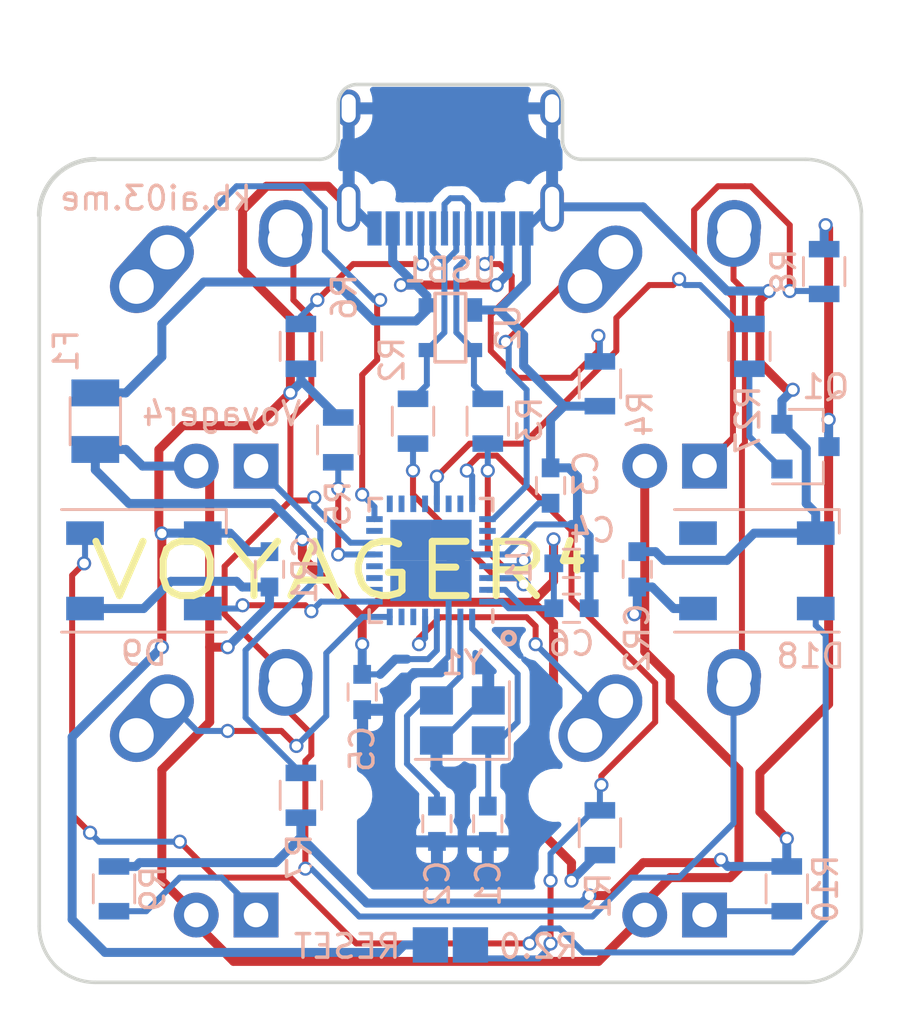
<source format=kicad_pcb>
(kicad_pcb (version 20221018) (generator pcbnew)
  (layers (0 "F.Cu" signal) (31 "B.Cu" signal) (34 "B.Paste" user) (35 "F.Paste" user) (36 "B.SilkS" user "B.Silkscreen") (37 "F.SilkS" user "F.Silkscreen") (38 "B.Mask" user) (39 "F.Mask" user) (44 "Edge.Cuts" user))
  (net 0 "")
  (net 1 "Net-(C1-Pad1)")
  (net 2 "GND")
  (net 3 "Net-(C2-Pad1)")
  (net 4 "Net-(C3-Pad1)")
  (net 5 "+5V")
  (net 6 "ROW0")
  (net 7 "VCC")
  (net 8 "COL0")
  (net 9 "COL1")
  (net 10 "COL2")
  (net 11 "COL3")
  (net 12 "Net-(R1-Pad2)")
  (net 13 "Net-(R5-Pad2)")
  (net 14 "RGBLED")
  (net 15 "Net-(D18-Pad2)")
  (net 16 "D-")
  (net 17 "Net-(R2-Pad2)")
  (net 18 "D+")
  (net 19 "Net-(R3-Pad1)")
  (net 20 "Net-(R4-Pad1)")
  (net 21 "Net-(R6-Pad1)")
  (net 22 "Net-(U1-Pad6)")
  (net 23 "Net-(USB1-Pad9)")
  (net 24 "Net-(USB1-Pad3)")
  (net 25 "Net-(D18-Pad4)")
  (net 26 "Net-(MX1-Pad4)")
  (net 27 "Net-(MX2-Pad4)")
  (net 28 "Net-(MX3-Pad4)")
  (net 29 "Net-(MX4-Pad4)")
  (net 30 "LEDGND")
  (net 31 "Net-(U1-Pad18)")
  (net 32 "Net-(U1-Pad15)")
  (net 33 "Net-(U1-Pad12)")
  (net 34 "Net-(U1-Pad11)")
  (net 35 "Net-(U1-Pad10)")
  (net 36 "Net-(Q1-Pad1)")
  (net 37 "Net-(R27-Pad2)")
  (net 38 "Net-(U1-Pad26)")
  (net 39 "Net-(U1-Pad23)")
  (net 40 "Net-(U1-Pad22)")
  (net 41 "Net-(U1-Pad20)")
  (net 42 "Net-(U1-Pad19)")
  (net 43 "Net-(U1-Pad17)")
  (net 44 "Net-(U1-Pad7)")
  (footprint "MX_Alps_Hybrid:MX-1U" (layer "F.Cu") (at 58.7375 39.6875)
    (fp_text reference "MX1")
    (fp_text value "MX-1U")
  )
  (footprint "MX_Alps_Hybrid:MX-1U" (layer "F.Cu") (at 77.7875 39.6875)
    (fp_text reference "MX2")
    (fp_text value "MX-1U")
  )
  (footprint "MX_Alps_Hybrid:MX-1U" (layer "F.Cu") (at 58.7375 58.7375)
    (fp_text reference "MX3")
    (fp_text value "MX-1U")
  )
  (footprint "MX_Alps_Hybrid:MX-1U" (layer "F.Cu") (at 77.7875 58.7375)
    (fp_text reference "MX4")
    (fp_text value "MX-1U")
  )
  (footprint "Capacitors_SMD:C_0603" (layer "B.Cu") (at 67.691 59.944 -90)
    (fp_text reference "C2")
    (fp_text value "22p")
  )
  (footprint "Capacitors_SMD:C_0603" (layer "B.Cu") (at 72.517 45.593 90)
    (fp_text reference "C3")
    (fp_text value "1uF")
  )
  (footprint "Capacitors_SMD:C_0603" (layer "B.Cu") (at 73.406 48.895)
    (fp_text reference "C4")
    (fp_text value "0.1u")
  )
  (footprint "Capacitors_SMD:C_0603" (layer "B.Cu") (at 64.516 54.356 -90)
    (fp_text reference "C5")
    (fp_text value "0.1u")
  )
  (footprint "Capacitors_SMD:C_0603" (layer "B.Cu") (at 73.406 50.8)
    (fp_text reference "C6")
    (fp_text value "4.7u")
  )
  (footprint "Capacitors_SMD:C_0603" (layer "B.Cu") (at 60.579 49.149 90)
    (fp_text reference "CR1")
    (fp_text value "0.1u")
  )
  (footprint "Capacitors_SMD:C_0603" (layer "B.Cu") (at 76.2 49.149 90)
    (fp_text reference "CR2")
    (fp_text value "0.1u")
  )
  (footprint "LEDs:LED_WS2812B-PLCC4" (layer "B.Cu") (at 55.245 49.2125)
    (fp_text reference "D9")
    (fp_text value "WS2812B")
  )
  (footprint "Fuse_Holders_and_Fuses:Fuse_SMD1206_Reflow" (layer "B.Cu") (at 53.18125 42.8625 90)
    (fp_text reference "F1")
    (fp_text value "500mA")
  )
  (footprint "TO_SOT_Packages_SMD:SOT-23" (layer "B.Cu") (at 83.34375 43.942)
    (fp_text reference "Q1")
    (fp_text value "Q_NPN_BEC")
  )
  (footprint "Resistors_SMD:R_0805" (layer "B.Cu") (at 74.6125 60.325 90)
    (fp_text reference "R1")
    (fp_text value "10k")
  )
  (footprint "Resistors_SMD:R_0805" (layer "B.Cu") (at 66.675 42.8625 90)
    (fp_text reference "R2")
    (fp_text value "22")
  )
  (footprint "Resistors_SMD:R_0805" (layer "B.Cu") (at 69.85 42.8625 -90)
    (fp_text reference "R3")
    (fp_text value "22")
  )
  (footprint "Resistors_SMD:R_0805" (layer "B.Cu") (at 74.6125 41.275 -90)
    (fp_text reference "R4")
    (fp_text value "5.1k")
  )
  (footprint "Resistors_SMD:R_0805" (layer "B.Cu") (at 63.5 43.65625 -90)
    (fp_text reference "R5")
    (fp_text value "10k")
  )
  (footprint "Resistors_SMD:R_0805" (layer "B.Cu") (at 61.9125 39.6875 -90)
    (fp_text reference "R6")
    (fp_text value "5.1k")
  )
  (footprint "Resistors_SMD:R_0805" (layer "B.Cu") (at 61.9125 58.7375 -90)
    (fp_text reference "R7")
    (fp_text value "1k")
  )
  (footprint "Resistors_SMD:R_0805" (layer "B.Cu") (at 84.1375 36.5125 90)
    (fp_text reference "R8")
    (fp_text value "1k")
  )
  (footprint "Resistors_SMD:R_0805" (layer "B.Cu") (at 53.975 62.70625 90)
    (fp_text reference "R9")
    (fp_text value "1k")
  )
  (footprint "Resistors_SMD:R_0805" (layer "B.Cu") (at 82.55 62.70625 90)
    (fp_text reference "R10")
    (fp_text value "1k")
  )
  (footprint "Resistors_SMD:R_0805" (layer "B.Cu") (at 80.9625 39.6875 90)
    (fp_text reference "R27")
    (fp_text value "1k")
  )
  (footprint "random-keyboard-parts:SOT143B" (layer "B.Cu") (at 68.2625 38.89375 -90)
    (fp_text reference "U2")
    (fp_text value "PRTR5V0U2X")
  )
  (footprint "Type-C:HRO-TYPE-C-31-M-12-Assembly" (layer "B.Cu") (at 68.2625 26.9875)
    (fp_text reference "USB1")
    (fp_text value "HRO-TYPE-C-31-M-12")
  )
  (footprint "Crystals:Crystal_SMD_3225-4pin_3.2x2.5mm" (layer "B.Cu") (at 68.7705 55.5625 180)
    (fp_text reference "Y1")
    (fp_text value "16MHz")
  )
  (footprint "Capacitors_SMD:C_0603" (layer "B.Cu") (at 69.85 59.944 -90)
    (fp_text reference "C1")
    (fp_text value "22p")
  )
  (footprint "random-keyboard-parts:Jumper-UserFriendly-Small" (layer "B.Cu") (at 68.2625 65.0875 -90)
    (fp_text reference "SW1")
    (fp_text value "SW_Push")
  )
  (footprint "LEDs:LED_WS2812B-PLCC4" (layer "B.Cu") (at 81.28 49.2125)
    (fp_text reference "D18")
    (fp_text value "WS2812B")
  )
  (footprint "Housings_DFN_QFN:QFN-32-1EP_5x5mm_Pitch0.5mm" (layer "B.Cu") (at 67.437 48.768 90)
    (fp_text reference "U1")
    (fp_text value "ATmega32U2-MU")
  )
  (gr_circle (center 70.739 52.07) (end 70.739 51.816) (stroke (width 0.2)) (fill none) (layer "B.SilkS"))
  (gr_line (start 73.025 29.36875) (end 73.025 30.95625) (stroke (width 0.15)) (layer "Edge.Cuts"))
  (gr_arc (start 85.725 64.29375) (mid 85.027548 65.977548) (end 83.34375 66.675) (stroke (width 0.15)) (layer "Edge.Cuts"))
  (gr_arc (start 83.34375 31.75) (mid 85.027548 32.447452) (end 85.725 34.13125) (stroke (width 0.15)) (layer "Edge.Cuts"))
  (gr_arc (start 53.18125 66.675) (mid 51.497452 65.977548) (end 50.8 64.29375) (stroke (width 0.15)) (layer "Edge.Cuts"))
  (gr_line (start 85.725 34.13125) (end 85.725 64.29375) (stroke (width 0.15)) (layer "Edge.Cuts"))
  (gr_arc (start 63.5 29.36875) (mid 63.732484 28.807484) (end 64.29375 28.575) (stroke (width 0.15)) (layer "Edge.Cuts"))
  (gr_line (start 64.29375 28.575) (end 72.23125 28.575) (stroke (width 0.15)) (layer "Edge.Cuts"))
  (gr_arc (start 63.5 30.95625) (mid 63.267516 31.517516) (end 62.70625 31.75) (stroke (width 0.15)) (layer "Edge.Cuts"))
  (gr_arc (start 50.8 34.13125) (mid 51.497452 32.447452) (end 53.18125 31.75) (stroke (width 0.2)) (layer "Edge.Cuts"))
  (gr_line (start 63.5 30.95625) (end 63.5 29.36875) (stroke (width 0.15)) (layer "Edge.Cuts"))
  (gr_line (start 53.18125 31.75) (end 62.70625 31.75) (stroke (width 0.15)) (layer "Edge.Cuts"))
  (gr_line (start 50.8 64.29375) (end 50.8 34.13125) (stroke (width 0.15)) (layer "Edge.Cuts"))
  (gr_line (start 53.18125 66.675) (end 83.34375 66.675) (stroke (width 0.15)) (layer "Edge.Cuts"))
  (gr_arc (start 72.23125 28.575) (mid 72.792516 28.807484) (end 73.025 29.36875) (stroke (width 0.15)) (layer "Edge.Cuts"))
  (gr_line (start 73.81875 31.75) (end 83.34375 31.75) (stroke (width 0.15)) (layer "Edge.Cuts"))
  (gr_arc (start 73.81875 31.75) (mid 73.257484 31.517516) (end 73.025 30.95625) (stroke (width 0.15)) (layer "Edge.Cuts"))
  (gr_text "kb.ai03.me" (at 55.753 33.401) (layer "B.SilkS") (effects (font (size 1 1)) (justify mirror)))
  (gr_text "R2.0" (at 72.009 65.151) (layer "B.SilkS") (effects (font (size 1 1)) (justify mirror)))
  (gr_text "RESET" (at 63.881 65.151) (layer "B.SilkS") (effects (font (size 1 1)) (justify mirror)))
  (gr_text "Voyager4" (at 58.547 42.545) (layer "B.SilkS") (effects (font (size 1 1)) (justify mirror)))
  (gr_text "4" (at 73.406 48.641) (layer "F.SilkS") (effects (font (size 1.2 1.2) (thickness 0.3))))
  (gr_text "VOYAGER" (at 62.70625 49.2125) (layer "F.SilkS") (effects (font (size 2.3 3) (thickness 0.3))))
  (segment (start 69.187 51.168) (end 69.187 51.661) (width 0.254) (layer "B.Cu") (net 1))
  (segment (start 71.12 55.626) (end 70.3335 56.4125) (width 0.254) (layer "B.Cu") (net 1))
  (segment (start 70.3335 56.4125) (end 69.8705 56.4125) (width 0.254) (layer "B.Cu") (net 1))
  (segment (start 69.8705 56.4125) (end 69.8705 59.1735) (width 0.254) (layer "B.Cu") (net 1))
  (segment (start 69.8705 59.1735) (end 69.85 59.194) (width 0.254) (layer "B.Cu") (net 1))
  (segment (start 71.12 53.594) (end 71.12 55.626) (width 0.254) (layer "B.Cu") (net 1))
  (segment (start 69.187 51.661) (end 71.12 53.594) (width 0.254) (layer "B.Cu") (net 1))
  (segment (start 81.407 40.386) (end 81.407 37.719) (width 0.381) (layer "F.Cu") (net 2))
  (segment (start 56.007 52.451) (end 56.007 47.625) (width 0.381) (layer "F.Cu") (net 2))
  (segment (start 81.407 37.719) (end 81.788 37.338) (width 0.381) (layer "F.Cu") (net 2))
  (segment (start 60.452 32.893) (end 63.068 32.893) (width 0.381) (layer "F.Cu") (net 2))
  (segment (start 59.436 36.449) (end 59.436 33.909) (width 0.381) (layer "F.Cu") (net 2))
  (segment (start 82.55 41.529) (end 81.407 40.386) (width 0.381) (layer "F.Cu") (net 2))
  (segment (start 60.071 43.053) (end 61.468 41.656) (width 0.381) (layer "F.Cu") (net 2))
  (segment (start 59.436 33.909) (end 60.452 32.893) (width 0.381) (layer "F.Cu") (net 2))
  (segment (start 56.896 43.053) (end 60.071 43.053) (width 0.381) (layer "F.Cu") (net 2))
  (segment (start 56.007 47.625) (end 55.88 47.498) (width 0.381) (layer "F.Cu") (net 2))
  (segment (start 61.468 38.481) (end 59.436 36.449) (width 0.381) (layer "F.Cu") (net 2))
  (segment (start 82.804 41.529) (end 82.55 41.529) (width 0.381) (layer "F.Cu") (net 2))
  (segment (start 63.068 32.893) (end 63.9425 33.7675) (width 0.381) (layer "F.Cu") (net 2))
  (segment (start 61.468 41.656) (end 61.468 38.481) (width 0.381) (layer "F.Cu") (net 2))
  (segment (start 55.88 47.498) (end 55.88 44.069) (width 0.381) (layer "F.Cu") (net 2))
  (segment (start 55.88 44.069) (end 56.896 43.053) (width 0.381) (layer "F.Cu") (net 2))
  (via (at 61.468 41.656) (size 0.6) (drill 0.4) (layers "F.Cu" "B.Cu") (net 2))
  (via (at 81.788 37.338) (size 0.6) (drill 0.4) (layers "F.Cu" "B.Cu") (net 2))
  (via (at 56.007 52.451) (size 0.6) (drill 0.4) (layers "F.Cu" "B.Cu") (net 2))
  (via (at 82.804 41.529) (size 0.6) (drill 0.4) (layers "F.Cu" "B.Cu") (net 2))
  (via (at 56.007 47.625) (size 0.6) (drill 0.4) (layers "F.Cu" "B.Cu") (net 2))
  (segment (start 82.34375 42.992) (end 82.34375 41.98925) (width 0.381) (layer "B.Cu") (net 2))
  (segment (start 76.974 48.399) (end 77.343 48.768) (width 0.381) (layer "B.Cu") (net 2))
  (segment (start 67.703 60.706) (end 67.691 60.694) (width 0.254) (layer "B.Cu") (net 2))
  (segment (start 77.343 48.768) (end 80.01 48.768) (width 0.381) (layer "B.Cu") (net 2))
  (segment (start 56.0195 47.6125) (end 56.007 47.625) (width 0.381) (layer "B.Cu") (net 2))
  (segment (start 71.4875 34.6825) (end 71.4875 36.9705) (width 0.381) (layer "B.Cu") (net 2))
  (segment (start 73.291 44.843) (end 72.517 44.843) (width 0.381) (layer "B.Cu") (net 2))
  (segment (start 72.4025 33.7675) (end 71.4875 34.6825) (width 0.381) (layer "B.Cu") (net 2))
  (segment (start 63.9425 29.5875) (end 63.9425 33.7675) (width 0.381) (layer "B.Cu") (net 2))
  (segment (start 72.517 44.843) (end 72.517 42.794) (width 0.381) (layer "B.Cu") (net 2))
  (segment (start 72.5825 29.5875) (end 63.9425 29.5875) (width 0.381) (layer "B.Cu") (net 2))
  (segment (start 83.78 46.7595) (end 83.3755 46.355) (width 0.381) (layer "B.Cu") (net 2))
  (segment (start 58.9035 47.6125) (end 59.69 48.399) (width 0.381) (layer "B.Cu") (net 2))
  (segment (start 73.66 47.244) (end 73.406 47.244) (width 0.381) (layer "B.Cu") (net 2))
  (segment (start 71.882 47.244) (end 73.406 47.244) (width 0.254) (layer "B.Cu") (net 2))
  (segment (start 61.9125 41.2115) (end 61.9125 41.11875) (width 0.381) (layer "B.Cu") (net 2))
  (segment (start 67.6705 56.4125) (end 67.6705 57.3835) (width 0.254) (layer "B.Cu") (net 2))
  (segment (start 56.007 52.451) (end 52.197 56.261) (width 0.381) (layer "B.Cu") (net 2))
  (segment (start 82.34375 42.992) (end 83.3755 44.02375) (width 0.381) (layer "B.Cu") (net 2))
  (segment (start 76.2 48.399) (end 76.974 48.399) (width 0.381) (layer "B.Cu") (net 2))
  (segment (start 69.837 48.518) (end 68.957 48.518) (width 0.254) (layer "B.Cu") (net 2))
  (segment (start 83.78 47.6125) (end 83.78 46.7595) (width 0.381) (layer "B.Cu") (net 2))
  (segment (start 74.6125 42.225) (end 73.086 42.225) (width 0.381) (layer "B.Cu") (net 2))
  (segment (start 69.837 48.518) (end 70.608 48.518) (width 0.254) (layer "B.Cu") (net 2))
  (segment (start 68.187 51.168) (end 68.187 52.844) (width 0.254) (layer "B.Cu") (net 2))
  (segment (start 66.421 58.42) (end 66.421 60.198) (width 0.254) (layer "B.Cu") (net 2))
  (segment (start 68.707 58.42) (end 68.707 60.706) (width 0.254) (layer "B.Cu") (net 2))
  (segment (start 73.086 42.225) (end 71.374 40.513) (width 0.381) (layer "B.Cu") (net 2))
  (segment (start 53.594 65.405) (end 65.9765 65.405) (width 0.381) (layer "B.Cu") (net 2))
  (segment (start 65.786 54.356) (end 65.786 55.372) (width 0.254) (layer "B.Cu") (net 2))
  (segment (start 69.6205 54.7125) (end 67.9205 56.4125) (width 0.254) (layer "B.Cu") (net 2))
  (segment (start 71.4875 36.9705) (end 70.31425 38.14375) (width 0.381) (layer "B.Cu") (net 2))
  (segment (start 69.8705 54.7125) (end 69.6205 54.7125) (width 0.254) (layer "B.Cu") (net 2))
  (segment (start 67.564 53.467) (end 66.675 53.467) (width 0.254) (layer "B.Cu") (net 2))
  (segment (start 67.6705 57.3835) (end 68.707 58.42) (width 0.254) (layer "B.Cu") (net 2))
  (segment (start 72.5825 33.7675) (end 72.4025 33.7675) (width 0.381) (layer "B.Cu") (net 2))
  (segment (start 60.579 48.399) (end 59.69 48.399) (width 0.381) (layer "B.Cu") (net 2))
  (segment (start 69.838 60.706) (end 69.85 60.694) (width 0.254) (layer "B.Cu") (net 2))
  (segment (start 57.745 47.6125) (end 58.9035 47.6125) (width 0.381) (layer "B.Cu") (net 2))
  (segment (start 66.5745 47.9055) (end 68.2995 47.9055) (width 0.381) (layer "B.Cu") (net 2))
  (segment (start 63.9425 33.7675) (end 64.1225 33.7675) (width 0.381) (layer "B.Cu") (net 2))
  (segment (start 68.187 52.844) (end 67.564 53.467) (width 0.254) (layer "B.Cu") (net 2))
  (segment (start 83.3755 44.02375) (end 83.3755 46.355) (width 0.381) (layer "B.Cu") (net 2))
  (segment (start 73.66 47.244) (end 73.66 45.212) (width 0.381) (layer "B.Cu") (net 2))
  (segment (start 68.2995 49.6305) (end 66.5745 49.6305) (width 0.381) (layer "B.Cu") (net 2))
  (segment (start 81.1655 47.6125) (end 80.01 48.768) (width 0.381) (layer "B.Cu") (net 2))
  (segment (start 66.421 60.198) (end 66.917 60.694) (width 0.254) (layer "B.Cu") (net 2))
  (segment (start 61.9125 41.11875) (end 63.5 42.70625) (width 0.381) (layer "B.Cu") (net 2))
  (segment (start 61.468 41.656) (end 61.9125 41.2115) (width 0.381) (layer "B.Cu") (net 2))
  (segment (start 65.786 55.372) (end 65.786 57.785) (width 0.254) (layer "B.Cu") (net 2))
  (segment (start 68.957 48.518) (end 68.187 49.288) (width 0.254) (layer "B.Cu") (net 2))
  (segment (start 57.745 47.6125) (end 56.0195 47.6125) (width 0.381) (layer "B.Cu") (net 2))
  (segment (start 68.707 60.706) (end 69.838 60.706) (width 0.254) (layer "B.Cu") (net 2))
  (segment (start 64.516 55.106) (end 65.52 55.106) (width 0.254) (layer "B.Cu") (net 2))
  (segment (start 71.374 40.513) (end 71.374 39.2035) (width 0.381) (layer "B.Cu") (net 2))
  (segment (start 68.187 49.288) (end 68.187 51.168) (width 0.254) (layer "B.Cu") (net 2))
  (segment (start 81.788 37.338) (end 80.01 37.338) (width 0.381) (layer "B.Cu") (net 2))
  (segment (start 73.66 45.212) (end 73.291 44.843) (width 0.381) (layer "B.Cu") (net 2))
  (segment (start 66.675 53.467) (end 65.786 54.356) (width 0.254) (layer "B.Cu") (net 2))
  (segment (start 71.374 39.2035) (end 70.31425 38.14375) (width 0.381) (layer "B.Cu") (net 2))
  (segment (start 65.52 55.106) (end 65.786 55.372) (width 0.254) (layer "B.Cu") (net 2))
  (segment (start 65.786 57.785) (end 66.421 58.42) (width 0.254) (layer "B.Cu") (net 2))
  (segment (start 68.2995 47.9055) (end 68.2995 49.6305) (width 0.381) (layer "B.Cu") (net 2))
  (segment (start 65.9765 65.405) (end 66.294 65.0875) (width 0.381) (layer "B.Cu") (net 2))
  (segment (start 61.9125 40.6375) (end 61.9125 41.11875) (width 0.381) (layer "B.Cu") (net 2))
  (segment (start 66.917 60.694) (end 67.691 60.694) (width 0.254) (layer "B.Cu") (net 2))
  (segment (start 72.517 42.794) (end 73.086 42.225) (width 0.381) (layer "B.Cu") (net 2))
  (segment (start 70.31425 38.14375) (end 69.2625 38.14375) (width 0.381) (layer "B.Cu") (net 2))
  (segment (start 70.608 48.518) (end 71.882 47.244) (width 0.254) (layer "B.Cu") (net 2))
  (segment (start 72.5825 29.5875) (end 72.5825 33.7675) (width 0.381) (layer "B.Cu") (net 2))
  (segment (start 83.78 47.6125) (end 81.1655 47.6125) (width 0.381) (layer "B.Cu") (net 2))
  (segment (start 52.197 56.261) (end 52.197 64.008) (width 0.381) (layer "B.Cu") (net 2))
  (segment (start 52.197 64.008) (end 53.594 65.405) (width 0.381) (layer "B.Cu") (net 2))
  (segment (start 67.9205 56.4125) (end 67.6705 56.4125) (width 0.254) (layer "B.Cu") (net 2))
  (segment (start 74.156 48.895) (end 74.156 47.74) (width 0.381) (layer "B.Cu") (net 2))
  (segment (start 80.01 37.338) (end 76.4395 33.7675) (width 0.381) (layer "B.Cu") (net 2))
  (segment (start 76.4395 33.7675) (end 72.5825 33.7675) (width 0.381) (layer "B.Cu") (net 2))
  (segment (start 74.156 48.895) (end 74.156 50.8) (width 0.381) (layer "B.Cu") (net 2))
  (segment (start 64.1225 33.7675) (end 65.0375 34.6825) (width 0.381) (layer "B.Cu") (net 2))
  (segment (start 68.707 60.706) (end 67.703 60.706) (width 0.254) (layer "B.Cu") (net 2))
  (segment (start 82.34375 41.98925) (end 82.804 41.529) (width 0.381) (layer "B.Cu") (net 2))
  (segment (start 74.156 47.74) (end 73.66 47.244) (width 0.381) (layer "B.Cu") (net 2))
  (segment (start 66.294 65.0875) (end 67.4125 65.0875) (width 0.381) (layer "B.Cu") (net 2))
  (segment (start 67.0805 54.7125) (end 67.6705 54.7125) (width 0.254) (layer "B.Cu") (net 3))
  (segment (start 67.691 58.674) (end 66.421 57.404) (width 0.254) (layer "B.Cu") (net 3))
  (segment (start 66.421 57.404) (end 66.421 55.372) (width 0.254) (layer "B.Cu") (net 3))
  (segment (start 68.687 53.696) (end 67.6705 54.7125) (width 0.254) (layer "B.Cu") (net 3))
  (segment (start 67.691 59.194) (end 67.691 58.674) (width 0.254) (layer "B.Cu") (net 3))
  (segment (start 66.421 55.372) (end 67.0805 54.7125) (width 0.254) (layer "B.Cu") (net 3))
  (segment (start 68.687 51.168) (end 68.687 53.696) (width 0.254) (layer "B.Cu") (net 3))
  (segment (start 69.837 48.018) (end 70.346 48.018) (width 0.254) (layer "B.Cu") (net 4))
  (segment (start 72.021 46.343) (end 72.517 46.343) (width 0.254) (layer "B.Cu") (net 4))
  (segment (start 70.346 48.018) (end 72.021 46.343) (width 0.254) (layer "B.Cu") (net 4))
  (segment (start 80.137 62.23) (end 77.597 62.23) (width 0.381) (layer "F.Cu") (net 5))
  (segment (start 67.564 50.546) (end 71.755 50.546) (width 0.381) (layer "F.Cu") (net 5))
  (segment (start 57.4675 63.8175) (end 57.4675 64.1985) (width 0.381) (layer "F.Cu") (net 5))
  (segment (start 64.516 52.324) (end 64.516 51.181) (width 0.381) (layer "F.Cu") (net 5))
  (segment (start 76.073 51.054) (end 76.5175 51.054) (width 0.381) (layer "F.Cu") (net 5))
  (segment (start 59.055 65.786) (end 74.549 65.786) (width 0.381) (layer "F.Cu") (net 5))
  (segment (start 72.644 51.435) (end 72.263 51.054) (width 0.381) (layer "F.Cu") (net 5))
  (segment (start 64.516 51.181) (end 61.976 48.641) (width 0.381) (layer "F.Cu") (net 5))
  (segment (start 72.644 54.864) (end 72.644 51.435) (width 0.381) (layer "F.Cu") (net 5))
  (segment (start 72.263 57.023) (end 72.263 55.245) (width 0.381) (layer "F.Cu") (net 5))
  (segment (start 76.5175 63.3095) (end 76.5175 63.8175) (width 0.381) (layer "F.Cu") (net 5))
  (segment (start 58.039 45.339) (end 57.4675 44.7675) (width 0.381) (layer "F.Cu") (net 5))
  (segment (start 77.597 62.23) (end 76.5175 63.3095) (width 0.381) (layer "F.Cu") (net 5))
  (segment (start 67.564 50.546) (end 65.151 50.546) (width 0.381) (layer "F.Cu") (net 5))
  (segment (start 77.597 54.737) (end 80.518 57.658) (width 0.381) (layer "F.Cu") (net 5))
  (segment (start 72.263 51.054) (end 71.755 50.546) (width 0.381) (layer "F.Cu") (net 5))
  (segment (start 61.976 48.641) (end 61.976 47.879) (width 0.381) (layer "F.Cu") (net 5))
  (segment (start 58.039 55.626) (end 58.039 52.451) (width 0.381) (layer "F.Cu") (net 5))
  (segment (start 76.5175 44.7675) (end 76.5175 51.054) (width 0.381) (layer "F.Cu") (net 5))
  (segment (start 58.801 52.451) (end 58.039 52.451) (width 0.381) (layer "F.Cu") (net 5))
  (segment (start 77.597 53.721) (end 77.597 54.737) (width 0.381) (layer "F.Cu") (net 5))
  (segment (start 57.4675 63.8175) (end 56.007 62.357) (width 0.381) (layer "F.Cu") (net 5))
  (segment (start 73.406 62.357) (end 73.406 61.595) (width 0.381) (layer "F.Cu") (net 5))
  (segment (start 72.644 47.879) (end 72.644 49.657) (width 0.381) (layer "F.Cu") (net 5))
  (segment (start 73.406 61.595) (end 71.247 59.436) (width 0.381) (layer "F.Cu") (net 5))
  (segment (start 57.4675 64.1985) (end 59.055 65.786) (width 0.381) (layer "F.Cu") (net 5))
  (segment (start 65.151 50.546) (end 64.516 51.181) (width 0.381) (layer "F.Cu") (net 5))
  (segment (start 74.549 65.786) (end 76.5175 63.8175) (width 0.381) (layer "F.Cu") (net 5))
  (segment (start 80.518 57.658) (end 80.518 61.849) (width 0.381) (layer "F.Cu") (net 5))
  (segment (start 76.5175 51.054) (end 76.5175 52.6415) (width 0.381) (layer "F.Cu") (net 5))
  (segment (start 76.5175 52.6415) (end 77.597 53.721) (width 0.381) (layer "F.Cu") (net 5))
  (segment (start 56.007 62.357) (end 56.007 57.658) (width 0.381) (layer "F.Cu") (net 5))
  (segment (start 71.247 58.039) (end 72.263 57.023) (width 0.381) (layer "F.Cu") (net 5))
  (segment (start 80.518 61.849) (end 80.137 62.23) (width 0.381) (layer "F.Cu") (net 5))
  (segment (start 72.263 55.245) (end 72.644 54.864) (width 0.381) (layer "F.Cu") (net 5))
  (segment (start 58.039 52.451) (end 58.039 45.339) (width 0.381) (layer "F.Cu") (net 5))
  (segment (start 56.007 57.658) (end 58.039 55.626) (width 0.381) (layer "F.Cu") (net 5))
  (segment (start 72.644 49.657) (end 71.755 50.546) (width 0.381) (layer "F.Cu") (net 5))
  (segment (start 71.247 59.436) (end 71.247 58.039) (width 0.381) (layer "F.Cu") (net 5))
  (via (at 58.801 52.451) (size 0.6) (drill 0.4) (layers "F.Cu" "B.Cu") (net 5))
  (via (at 72.644 47.879) (size 0.6) (drill 0.4) (layers "F.Cu" "B.Cu") (net 5))
  (via (at 64.516 52.324) (size 0.6) (drill 0.4) (layers "F.Cu" "B.Cu") (net 5))
  (via (at 76.073 51.054) (size 0.6) (drill 0.4) (layers "F.Cu" "B.Cu") (net 5))
  (via (at 61.976 47.879) (size 0.6) (drill 0.4) (layers "F.Cu" "B.Cu") (net 5))
  (via (at 73.406 62.357) (size 0.6) (drill 0.4) (layers "F.Cu" "B.Cu") (net 5))
  (segment (start 65.925 52.959) (end 65.278 53.606) (width 0.381) (layer "B.Cu") (net 5))
  (segment (start 76.2 49.899) (end 76.2 50.927) (width 0.381) (layer "B.Cu") (net 5))
  (segment (start 69.837 50.518) (end 70.457 50.518) (width 0.254) (layer "B.Cu") (net 5))
  (segment (start 58.928 52.324) (end 58.801 52.451) (width 0.381) (layer "B.Cu") (net 5))
  (segment (start 55.2325 50.8125) (end 52.745 50.8125) (width 0.381) (layer "B.Cu") (net 5))
  (segment (start 53.18125 44.92625) (end 53.18125 44.0625) (width 0.381) (layer "B.Cu") (net 5))
  (segment (start 56.388 49.657) (end 55.2325 50.8125) (width 0.381) (layer "B.Cu") (net 5))
  (segment (start 66.421 52.959) (end 65.925 52.959) (width 0.381) (layer "B.Cu") (net 5))
  (segment (start 72.656 48.895) (end 72.656 47.891) (width 0.254) (layer "B.Cu") (net 5))
  (segment (start 78.78 50.8125) (end 77.7485 50.8125) (width 0.381) (layer "B.Cu") (net 5))
  (segment (start 59.424 49.899) (end 59.182 49.657) (width 0.381) (layer "B.Cu") (net 5))
  (segment (start 60.579 49.899) (end 60.579 50.673) (width 0.381) (layer "B.Cu") (net 5))
  (segment (start 67.687 52.582) (end 67.31 52.959) (width 0.254) (layer "B.Cu") (net 5))
  (segment (start 54.61 46.355) (end 53.18125 44.92625) (width 0.381) (layer "B.Cu") (net 5))
  (segment (start 70.739 50.8) (end 71.374 50.8) (width 0.254) (layer "B.Cu") (net 5))
  (segment (start 69.837 50.018) (end 70.592 50.018) (width 0.254) (layer "B.Cu") (net 5))
  (segment (start 70.457 50.518) (end 70.739 50.8) (width 0.254) (layer "B.Cu") (net 5))
  (segment (start 76.2 49.899) (end 76.835 49.899) (width 0.381) (layer "B.Cu") (net 5))
  (segment (start 72.656 47.891) (end 72.644 47.879) (width 0.254) (layer "B.Cu") (net 5))
  (segment (start 67.31 52.959) (end 66.421 52.959) (width 0.254) (layer "B.Cu") (net 5))
  (segment (start 70.592 50.018) (end 71.374 50.8) (width 0.254) (layer "B.Cu") (net 5))
  (segment (start 76.2 50.927) (end 76.073 51.054) (width 0.381) (layer "B.Cu") (net 5))
  (segment (start 57.4675 44.7675) (end 55.188 44.7675) (width 0.381) (layer "B.Cu") (net 5))
  (segment (start 61.976 47.625) (end 60.706 46.355) (width 0.381) (layer "B.Cu") (net 5))
  (segment (start 61.976 47.879) (end 61.976 47.625) (width 0.381) (layer "B.Cu") (net 5))
  (segment (start 67.687 51.168) (end 67.687 52.582) (width 0.254) (layer "B.Cu") (net 5))
  (segment (start 77.7485 50.8125) (end 76.835 49.899) (width 0.381) (layer "B.Cu") (net 5))
  (segment (start 53.18125 44.0625) (end 54.483 44.0625) (width 0.381) (layer "B.Cu") (net 5))
  (segment (start 65.278 53.606) (end 64.516 53.606) (width 0.254) (layer "B.Cu") (net 5))
  (segment (start 60.579 50.673) (end 58.928 52.324) (width 0.381) (layer "B.Cu") (net 5))
  (segment (start 60.706 46.355) (end 54.61 46.355) (width 0.381) (layer "B.Cu") (net 5))
  (segment (start 71.374 50.8) (end 72.656 50.8) (width 0.254) (layer "B.Cu") (net 5))
  (segment (start 74.6125 61.275) (end 74.488 61.275) (width 0.381) (layer "B.Cu") (net 5))
  (segment (start 60.579 49.899) (end 59.424 49.899) (width 0.381) (layer "B.Cu") (net 5))
  (segment (start 59.182 49.657) (end 56.388 49.657) (width 0.381) (layer "B.Cu") (net 5))
  (segment (start 72.656 50.8) (end 72.656 48.895) (width 0.254) (layer "B.Cu") (net 5))
  (segment (start 55.188 44.7675) (end 54.483 44.0625) (width 0.381) (layer "B.Cu") (net 5))
  (segment (start 64.516 52.324) (end 64.516 53.606) (width 0.381) (layer "B.Cu") (net 5))
  (segment (start 74.488 61.275) (end 73.406 62.357) (width 0.381) (layer "B.Cu") (net 5))
  (segment (start 62.103 57.277) (end 62.357 57.023) (width 0.254) (layer "F.Cu") (net 6))
  (segment (start 61.595 35.545) (end 61.2375 35.1875) (width 0.254) (layer "F.Cu") (net 6))
  (segment (start 62.357 56.134) (end 61.2375 55.0145) (width 0.254) (layer "F.Cu") (net 6))
  (segment (start 80.772 37.338) (end 80.2875 36.8535) (width 0.254) (layer "F.Cu") (net 6))
  (segment (start 61.468 46.228) (end 61.468 42.799) (width 0.254) (layer "F.Cu") (net 6))
  (segment (start 61.2375 55.0145) (end 61.2375 54.2375) (width 0.254) (layer "F.Cu") (net 6))
  (segment (start 62.103 61.849) (end 62.103 57.277) (width 0.254) (layer "F.Cu") (net 6))
  (segment (start 80.2875 36.8535) (end 80.2875 35.1875) (width 0.254) (layer "F.Cu") (net 6))
  (segment (start 61.468 42.799) (end 62.357 41.91) (width 0.254) (layer "F.Cu") (net 6))
  (segment (start 62.357 41.91) (end 62.357 38.481) (width 0.254) (layer "F.Cu") (net 6))
  (segment (start 62.357 57.023) (end 62.357 56.134) (width 0.254) (layer "F.Cu") (net 6))
  (segment (start 80.645 53.34) (end 80.645 43.942) (width 0.254) (layer "F.Cu") (net 6))
  (segment (start 62.357 38.481) (end 61.595 37.719) (width 0.254) (layer "F.Cu") (net 6))
  (segment (start 58.674 51.054) (end 58.674 49.022) (width 0.254) (layer "F.Cu") (net 6))
  (segment (start 62.357 46.228) (end 62.484 46.101) (width 0.254) (layer "F.Cu") (net 6))
  (segment (start 61.468 46.228) (end 62.357 46.228) (width 0.254) (layer "F.Cu") (net 6))
  (segment (start 80.3275 53.6575) (end 80.645 53.34) (width 0.254) (layer "F.Cu") (net 6))
  (segment (start 80.772 43.815) (end 80.772 37.338) (width 0.254) (layer "F.Cu") (net 6))
  (segment (start 80.645 43.942) (end 80.772 43.815) (width 0.254) (layer "F.Cu") (net 6))
  (segment (start 58.674 49.022) (end 61.468 46.228) (width 0.254) (layer "F.Cu") (net 6))
  (segment (start 61.2375 53.6175) (end 58.674 51.054) (width 0.254) (layer "F.Cu") (net 6))
  (segment (start 61.595 37.719) (end 61.595 35.545) (width 0.254) (layer "F.Cu") (net 6))
  (segment (start 61.2375 54.2375) (end 61.2375 53.6175) (width 0.254) (layer "F.Cu") (net 6))
  (via (at 62.103 61.849) (size 0.6) (drill 0.4) (layers "F.Cu" "B.Cu") (net 6))
  (via (at 62.484 46.101) (size 0.6) (drill 0.4) (layers "F.Cu" "B.Cu") (net 6))
  (segment (start 62.103 61.849) (end 62.357 61.849) (width 0.254) (layer "B.Cu") (net 6))
  (segment (start 64.389 63.881) (end 74.295 63.881) (width 0.254) (layer "B.Cu") (net 6))
  (segment (start 77.978 62.23) (end 80.2875 59.9205) (width 0.254) (layer "B.Cu") (net 6))
  (segment (start 74.295 63.881) (end 75.946 62.23) (width 0.254) (layer "B.Cu") (net 6))
  (segment (start 75.946 62.23) (end 77.978 62.23) (width 0.254) (layer "B.Cu") (net 6))
  (segment (start 65.037 48.018) (end 64.02 48.018) (width 0.254) (layer "B.Cu") (net 6))
  (segment (start 62.357 61.849) (end 64.389 63.881) (width 0.254) (layer "B.Cu") (net 6))
  (segment (start 80.2875 59.9205) (end 80.2875 54.2375) (width 0.254) (layer "B.Cu") (net 6))
  (segment (start 64.02 48.018) (end 62.484 46.482) (width 0.254) (layer "B.Cu") (net 6))
  (segment (start 62.484 46.482) (end 62.484 46.101) (width 0.254) (layer "B.Cu") (net 6))
  (segment (start 68.453 37.084) (end 66.167 37.084) (width 0.381) (layer "F.Cu") (net 7))
  (segment (start 70.231 37.084) (end 68.453 37.084) (width 0.381) (layer "F.Cu") (net 7))
  (via (at 70.231 37.084) (size 0.6) (drill 0.4) (layers "F.Cu" "B.Cu") (net 7))
  (via (at 66.167 37.084) (size 0.6) (drill 0.4) (layers "F.Cu" "B.Cu") (net 7))
  (segment (start 57.785 36.957) (end 56.007 38.735) (width 0.381) (layer "B.Cu") (net 7))
  (segment (start 67.2625 38.1475) (end 66.802 38.608) (width 0.381) (layer "B.Cu") (net 7))
  (segment (start 66.802 38.608) (end 65.024 38.608) (width 0.381) (layer "B.Cu") (net 7))
  (segment (start 66.802 37.084) (end 67.2625 37.5445) (width 0.381) (layer "B.Cu") (net 7))
  (segment (start 67.2625 37.5445) (end 67.2625 37.94375) (width 0.381) (layer "B.Cu") (net 7))
  (segment (start 70.7125 34.6825) (end 70.7125 36.6025) (width 0.381) (layer "B.Cu") (net 7))
  (segment (start 65.024 38.608) (end 63.373 36.957) (width 0.381) (layer "B.Cu") (net 7))
  (segment (start 63.373 36.957) (end 57.785 36.957) (width 0.381) (layer "B.Cu") (net 7))
  (segment (start 54.4765 41.6625) (end 53.18125 41.6625) (width 0.381) (layer "B.Cu") (net 7))
  (segment (start 56.007 38.735) (end 56.007 40.132) (width 0.381) (layer "B.Cu") (net 7))
  (segment (start 56.007 40.132) (end 54.4765 41.6625) (width 0.381) (layer "B.Cu") (net 7))
  (segment (start 70.7125 36.6025) (end 70.231 37.084) (width 0.381) (layer "B.Cu") (net 7))
  (segment (start 67.2625 37.94375) (end 67.2625 38.1475) (width 0.381) (layer "B.Cu") (net 7))
  (segment (start 65.8125 36.0945) (end 66.802 37.084) (width 0.381) (layer "B.Cu") (net 7))
  (segment (start 65.8125 34.6825) (end 65.8125 36.0945) (width 0.381) (layer "B.Cu") (net 7))
  (segment (start 66.167 37.084) (end 66.802 37.084) (width 0.381) (layer "B.Cu") (net 7))
  (segment (start 65.151 40.259) (end 65.151 37.846) (width 0.254) (layer "F.Cu") (net 8))
  (segment (start 65.151 37.846) (end 65.278 37.719) (width 0.254) (layer "F.Cu") (net 8))
  (segment (start 64.516 45.974) (end 64.516 40.894) (width 0.254) (layer "F.Cu") (net 8))
  (segment (start 64.516 40.894) (end 65.151 40.259) (width 0.254) (layer "F.Cu") (net 8))
  (via (at 64.516 45.974) (size 0.6) (drill 0.4) (layers "F.Cu" "B.Cu") (net 8))
  (via (at 65.278 37.719) (size 0.6) (drill 0.4) (layers "F.Cu" "B.Cu") (net 8))
  (segment (start 61.976 32.893) (end 62.9285 33.8455) (width 0.254) (layer "B.Cu") (net 8))
  (segment (start 65.037 47.018) (end 65.037 46.495) (width 0.254) (layer "B.Cu") (net 8))
  (segment (start 62.9285 35.6235) (end 65.024 37.719) (width 0.254) (layer "B.Cu") (net 8))
  (segment (start 65.037 46.495) (end 64.516 45.974) (width 0.254) (layer "B.Cu") (net 8))
  (segment (start 59.182 32.893) (end 61.976 32.893) (width 0.254) (layer "B.Cu") (net 8))
  (segment (start 65.024 37.719) (end 65.278 37.719) (width 0.254) (layer "B.Cu") (net 8))
  (segment (start 54.9275 37.1475) (end 59.182 32.893) (width 0.254) (layer "B.Cu") (net 8))
  (segment (start 62.9285 33.8455) (end 62.9285 35.6235) (width 0.254) (layer "B.Cu") (net 8))
  (segment (start 72.9615 37.1475) (end 70.612 39.497) (width 0.254) (layer "F.Cu") (net 9))
  (segment (start 73.9775 37.1475) (end 72.9615 37.1475) (width 0.254) (layer "F.Cu") (net 9))
  (via (at 70.612 39.497) (size 0.6) (drill 0.4) (layers "F.Cu" "B.Cu") (net 9))
  (segment (start 70.612 39.497) (end 70.739 39.624) (width 0.254) (layer "B.Cu") (net 9))
  (segment (start 71.501 41.529) (end 71.501 45.593) (width 0.254) (layer "B.Cu") (net 9))
  (segment (start 70.739 39.624) (end 70.739 40.767) (width 0.254) (layer "B.Cu") (net 9))
  (segment (start 70.076 47.018) (end 69.837 47.018) (width 0.254) (layer "B.Cu") (net 9))
  (segment (start 71.501 45.593) (end 70.076 47.018) (width 0.254) (layer "B.Cu") (net 9))
  (segment (start 70.739 40.767) (end 71.501 41.529) (width 0.254) (layer "B.Cu") (net 9))
  (segment (start 61.722 56.642) (end 61.087 56.007) (width 0.254) (layer "F.Cu") (net 10))
  (segment (start 61.087 56.007) (end 58.801 56.007) (width 0.254) (layer "F.Cu") (net 10))
  (via (at 58.801 56.007) (size 0.6) (drill 0.4) (layers "F.Cu" "B.Cu") (net 10))
  (via (at 61.722 56.642) (size 0.6) (drill 0.4) (layers "F.Cu" "B.Cu") (net 10))
  (segment (start 64.529 51.168) (end 62.992 52.705) (width 0.254) (layer "B.Cu") (net 10))
  (segment (start 57.507 56.007) (end 56.2375 54.7375) (width 0.254) (layer "B.Cu") (net 10))
  (segment (start 58.801 56.007) (end 57.507 56.007) (width 0.254) (layer "B.Cu") (net 10))
  (segment (start 65.687 51.168) (end 64.529 51.168) (width 0.254) (layer "B.Cu") (net 10))
  (segment (start 62.992 52.705) (end 62.992 55.372) (width 0.254) (layer "B.Cu") (net 10))
  (segment (start 62.992 55.372) (end 61.722 56.642) (width 0.254) (layer "B.Cu") (net 10))
  (segment (start 67.818 51.181) (end 66.929 52.07) (width 0.254) (layer "F.Cu") (net 11))
  (segment (start 71.501 51.181) (end 67.818 51.181) (width 0.254) (layer "F.Cu") (net 11))
  (segment (start 71.882 51.562) (end 71.501 51.181) (width 0.254) (layer "F.Cu") (net 11))
  (segment (start 71.882 52.324) (end 71.882 51.562) (width 0.254) (layer "F.Cu") (net 11))
  (segment (start 66.929 52.07) (end 66.929 52.324) (width 0.254) (layer "F.Cu") (net 11))
  (via (at 66.929 52.324) (size 0.6) (drill 0.4) (layers "F.Cu" "B.Cu") (net 11))
  (via (at 71.882 52.324) (size 0.6) (drill 0.4) (layers "F.Cu" "B.Cu") (net 11))
  (segment (start 67.187 51.168) (end 67.187 52.066) (width 0.254) (layer "B.Cu") (net 11))
  (segment (start 67.187 52.066) (end 66.929 52.324) (width 0.254) (layer "B.Cu") (net 11))
  (segment (start 73.9775 54.4195) (end 71.882 52.324) (width 0.254) (layer "B.Cu") (net 11))
  (segment (start 73.9775 56.1975) (end 73.9775 54.4195) (width 0.254) (layer "B.Cu") (net 11))
  (segment (start 69.469 44.323) (end 70.231 44.323) (width 0.254) (layer "F.Cu") (net 12))
  (segment (start 73.406 50.419) (end 76.962 53.975) (width 0.254) (layer "F.Cu") (net 12))
  (segment (start 68.961 44.831) (end 69.469 44.323) (width 0.254) (layer "F.Cu") (net 12))
  (segment (start 73.406 47.498) (end 73.406 50.419) (width 0.254) (layer "F.Cu") (net 12))
  (segment (start 68.961 44.958) (end 68.961 44.831) (width 0.254) (layer "F.Cu") (net 12))
  (segment (start 76.962 53.975) (end 76.962 55.626) (width 0.254) (layer "F.Cu") (net 12))
  (segment (start 72.517 62.357) (end 72.517 64.516) (width 0.254) (layer "F.Cu") (net 12))
  (segment (start 72.517 65.024) (end 72.517 64.516) (width 0.254) (layer "F.Cu") (net 12))
  (segment (start 70.231 44.323) (end 73.406 47.498) (width 0.254) (layer "F.Cu") (net 12))
  (segment (start 76.962 55.626) (end 74.676 57.912) (width 0.254) (layer "F.Cu") (net 12))
  (segment (start 74.676 57.912) (end 74.676 58.293) (width 0.254) (layer "F.Cu") (net 12))
  (via (at 72.517 62.357) (size 0.6) (drill 0.4) (layers "F.Cu" "B.Cu") (net 12))
  (via (at 72.517 65.024) (size 0.6) (drill 0.4) (layers "F.Cu" "B.Cu") (net 12))
  (via (at 74.676 58.293) (size 0.6) (drill 0.4) (layers "F.Cu" "B.Cu") (net 12))
  (via (at 68.961 44.958) (size 0.6) (drill 0.4) (layers "F.Cu" "B.Cu") (net 12))
  (segment (start 69.187 46.368) (end 69.187 45.184) (width 0.254) (layer "B.Cu") (net 12))
  (segment (start 74.6125 58.3565) (end 74.676 58.293) (width 0.254) (layer "B.Cu") (net 12))
  (segment (start 72.009 65.659) (end 69.684 65.659) (width 0.254) (layer "B.Cu") (net 12))
  (segment (start 72.517 61.214) (end 72.517 62.357) (width 0.254) (layer "B.Cu") (net 12))
  (segment (start 72.517 65.151) (end 72.009 65.659) (width 0.254) (layer "B.Cu") (net 12))
  (segment (start 69.684 65.659) (end 69.1125 65.0875) (width 0.254) (layer "B.Cu") (net 12))
  (segment (start 69.187 45.184) (end 68.961 44.958) (width 0.254) (layer "B.Cu") (net 12))
  (segment (start 72.517 65.024) (end 72.517 65.151) (width 0.254) (layer "B.Cu") (net 12))
  (segment (start 74.6125 59.375) (end 74.356 59.375) (width 0.254) (layer "B.Cu") (net 12))
  (segment (start 74.356 59.375) (end 72.517 61.214) (width 0.254) (layer "B.Cu") (net 12))
  (segment (start 74.6125 59.375) (end 74.6125 58.3565) (width 0.254) (layer "B.Cu") (net 12))
  (segment (start 63.5 45.72) (end 63.5 48.518) (width 0.254) (layer "F.Cu") (net 13))
  (via (at 63.5 45.72) (size 0.6) (drill 0.4) (layers "F.Cu" "B.Cu") (net 13))
  (via (at 63.5 48.518) (size 0.6) (drill 0.4) (layers "F.Cu" "B.Cu") (net 13))
  (segment (start 65.037 48.518) (end 63.5 48.518) (width 0.254) (layer "B.Cu") (net 13))
  (segment (start 63.5 45.72) (end 63.5 44.60625) (width 0.254) (layer "B.Cu") (net 13))
  (segment (start 62.103 50.673) (end 59.436 50.673) (width 0.254) (layer "F.Cu") (net 14))
  (segment (start 62.357 50.927) (end 62.103 50.673) (width 0.254) (layer "F.Cu") (net 14))
  (via (at 62.357 50.927) (size 0.6) (drill 0.4) (layers "F.Cu" "B.Cu") (net 14))
  (via (at 59.436 50.673) (size 0.6) (drill 0.4) (layers "F.Cu" "B.Cu") (net 14))
  (segment (start 59.2965 50.8125) (end 59.436 50.673) (width 0.254) (layer "B.Cu") (net 14))
  (segment (start 62.766 50.518) (end 62.357 50.927) (width 0.254) (layer "B.Cu") (net 14))
  (segment (start 65.037 50.518) (end 62.766 50.518) (width 0.254) (layer "B.Cu") (net 14))
  (segment (start 57.745 50.8125) (end 59.2965 50.8125) (width 0.254) (layer "B.Cu") (net 14))
  (segment (start 70.231 49.53) (end 66.675 45.974) (width 0.254) (layer "F.Cu") (net 16))
  (segment (start 71.12 49.53) (end 71.374 49.784) (width 0.254) (layer "F.Cu") (net 16))
  (segment (start 70.231 49.53) (end 71.12 49.53) (width 0.254) (layer "F.Cu") (net 16))
  (segment (start 66.675 45.974) (end 66.675 44.958) (width 0.254) (layer "F.Cu") (net 16))
  (via (at 66.675 44.958) (size 0.6) (drill 0.4) (layers "F.Cu" "B.Cu") (net 16))
  (via (at 71.374 49.784) (size 0.6) (drill 0.4) (layers "F.Cu" "B.Cu") (net 16))
  (segment (start 71.374 49.784) (end 71.11201 49.52201) (width 0.254) (layer "B.Cu") (net 16))
  (segment (start 71.11201 49.52201) (end 69.837 49.52201) (width 0.254) (layer "B.Cu") (net 16))
  (segment (start 66.675 43.8125) (end 66.675 44.958) (width 0.254) (layer "B.Cu") (net 16))
  (segment (start 67.5125 35.6355) (end 67.5125 34.6825) (width 0.254) (layer "B.Cu") (net 17))
  (segment (start 68.0085 36.1315) (end 67.5125 35.6355) (width 0.254) (layer "B.Cu") (net 17))
  (segment (start 67.2625 39.84375) (end 67.2625 41.325) (width 0.254) (layer "B.Cu") (net 17))
  (segment (start 67.2625 39.84375) (end 68.0085 39.09775) (width 0.254) (layer "B.Cu") (net 17))
  (segment (start 67.2625 41.325) (end 66.675 41.9125) (width 0.254) (layer "B.Cu") (net 17))
  (segment (start 68.5125 34.6825) (end 68.5125 35.6275) (width 0.254) (layer "B.Cu") (net 17))
  (segment (start 68.0085 39.09775) (end 68.0085 36.1315) (width 0.254) (layer "B.Cu") (net 17))
  (segment (start 68.5125 35.6275) (end 68.0085 36.1315) (width 0.254) (layer "B.Cu") (net 17))
  (segment (start 71.374 48.768) (end 71.12 49.022) (width 0.254) (layer "F.Cu") (net 18))
  (segment (start 71.12 49.022) (end 70.485 49.022) (width 0.254) (layer "F.Cu") (net 18))
  (segment (start 70.485 49.022) (end 69.85 48.387) (width 0.254) (layer "F.Cu") (net 18))
  (segment (start 69.85 48.387) (end 69.85 44.958) (width 0.254) (layer "F.Cu") (net 18))
  (via (at 71.374 48.768) (size 0.6) (drill 0.4) (layers "F.Cu" "B.Cu") (net 18))
  (via (at 69.85 44.958) (size 0.6) (drill 0.4) (layers "F.Cu" "B.Cu") (net 18))
  (segment (start 69.837 49.018) (end 71.124 49.018) (width 0.254) (layer "B.Cu") (net 18))
  (segment (start 71.124 49.018) (end 71.374 48.768) (width 0.254) (layer "B.Cu") (net 18))
  (segment (start 69.85 44.958) (end 69.85 43.8125) (width 0.254) (layer "B.Cu") (net 18))
  (segment (start 69.0125 33.643) (end 69.0125 34.6825) (width 0.254) (layer "B.Cu") (net 19))
  (segment (start 68.5165 36.3855) (end 68.5165 39.09775) (width 0.254) (layer "B.Cu") (net 19))
  (segment (start 69.2625 41.325) (end 69.85 41.9125) (width 0.254) (layer "B.Cu") (net 19))
  (segment (start 68.2625 33.401) (end 68.7705 33.401) (width 0.254) (layer "B.Cu") (net 19))
  (segment (start 68.5165 39.09775) (end 69.2625 39.84375) (width 0.254) (layer "B.Cu") (net 19))
  (segment (start 68.7705 33.401) (end 69.0125 33.643) (width 0.254) (layer "B.Cu") (net 19))
  (segment (start 68.0125 34.6825) (end 68.0125 33.651) (width 0.254) (layer "B.Cu") (net 19))
  (segment (start 68.0125 33.651) (end 68.2625 33.401) (width 0.254) (layer "B.Cu") (net 19))
  (segment (start 69.0125 35.8895) (end 68.5165 36.3855) (width 0.254) (layer "B.Cu") (net 19))
  (segment (start 69.2625 39.84375) (end 69.2625 41.325) (width 0.254) (layer "B.Cu") (net 19))
  (segment (start 69.0125 34.6825) (end 69.0125 35.8895) (width 0.254) (layer "B.Cu") (net 19))
  (segment (start 70.358 36.195) (end 69.723 36.195) (width 0.254) (layer "F.Cu") (net 20))
  (segment (start 69.977 38.354) (end 70.866 37.465) (width 0.254) (layer "F.Cu") (net 20))
  (segment (start 73.406 41.021) (end 71.12 41.021) (width 0.254) (layer "F.Cu") (net 20))
  (segment (start 71.12 41.021) (end 69.977 39.878) (width 0.254) (layer "F.Cu") (net 20))
  (segment (start 70.866 37.465) (end 70.866 36.703) (width 0.254) (layer "F.Cu") (net 20))
  (segment (start 70.866 36.703) (end 70.358 36.195) (width 0.254) (layer "F.Cu") (net 20))
  (segment (start 74.549 39.878) (end 73.406 41.021) (width 0.254) (layer "F.Cu") (net 20))
  (segment (start 74.549 39.243) (end 74.549 39.878) (width 0.254) (layer "F.Cu") (net 20))
  (segment (start 69.977 39.878) (end 69.977 38.354) (width 0.254) (layer "F.Cu") (net 20))
  (via (at 69.723 36.195) (size 0.6) (drill 0.4) (layers "F.Cu" "B.Cu") (net 20))
  (via (at 74.549 39.243) (size 0.6) (drill 0.4) (layers "F.Cu" "B.Cu") (net 20))
  (segment (start 74.6125 40.325) (end 74.6125 39.3065) (width 0.254) (layer "B.Cu") (net 20))
  (segment (start 69.723 36.195) (end 70.0125 35.9055) (width 0.254) (layer "B.Cu") (net 20))
  (segment (start 74.6125 39.3065) (end 74.549 39.243) (width 0.254) (layer "B.Cu") (net 20))
  (segment (start 70.0125 35.9055) (end 70.0125 34.6825) (width 0.254) (layer "B.Cu") (net 20))
  (segment (start 67.056 36.195) (end 65.659 36.195) (width 0.254) (layer "F.Cu") (net 21))
  (segment (start 65.659 36.195) (end 64.135 36.195) (width 0.254) (layer "F.Cu") (net 21))
  (segment (start 64.135 36.195) (end 62.611 37.719) (width 0.254) (layer "F.Cu") (net 21))
  (via (at 62.611 37.719) (size 0.6) (drill 0.4) (layers "F.Cu" "B.Cu") (net 21))
  (via (at 67.056 36.195) (size 0.6) (drill 0.4) (layers "F.Cu" "B.Cu") (net 21))
  (segment (start 67.0125 36.1515) (end 67.056 36.195) (width 0.254) (layer "B.Cu") (net 21))
  (segment (start 61.9125 38.4175) (end 61.9125 38.7375) (width 0.254) (layer "B.Cu") (net 21))
  (segment (start 67.0125 34.6825) (end 67.0125 36.1515) (width 0.254) (layer "B.Cu") (net 21))
  (segment (start 62.611 37.719) (end 61.9125 38.4175) (width 0.254) (layer "B.Cu") (net 21))
  (segment (start 71.628 65.024) (end 64.262 65.024) (width 0.254) (layer "F.Cu") (net 25))
  (segment (start 64.262 65.024) (end 61.468 62.23) (width 0.254) (layer "F.Cu") (net 25))
  (segment (start 61.468 62.23) (end 58.293 62.23) (width 0.254) (layer "F.Cu") (net 25))
  (segment (start 52.197 59.563) (end 52.197 49.403) (width 0.254) (layer "F.Cu") (net 25))
  (segment (start 57.404 61.341) (end 56.769 60.706) (width 0.254) (layer "F.Cu") (net 25))
  (segment (start 52.959 60.325) (end 52.197 59.563) (width 0.254) (layer "F.Cu") (net 25))
  (segment (start 58.293 62.23) (end 57.404 61.341) (width 0.254) (layer "F.Cu") (net 25))
  (segment (start 52.197 49.403) (end 52.705 48.895) (width 0.254) (layer "F.Cu") (net 25))
  (via (at 71.628 65.024) (size 0.6) (drill 0.4) (layers "F.Cu" "B.Cu") (net 25))
  (via (at 56.769 60.706) (size 0.6) (drill 0.4) (layers "F.Cu" "B.Cu") (net 25))
  (via (at 52.959 60.325) (size 0.6) (drill 0.4) (layers "F.Cu" "B.Cu") (net 25))
  (via (at 52.705 48.895) (size 0.6) (drill 0.4) (layers "F.Cu" "B.Cu") (net 25))
  (segment (start 71.628 65.024) (end 71.628 64.897) (width 0.254) (layer "B.Cu") (net 25))
  (segment (start 84.201 64.008) (end 84.201 51.943) (width 0.254) (layer "B.Cu") (net 25))
  (segment (start 83.78 50.8125) (end 83.78 51.522) (width 0.254) (layer "B.Cu") (net 25))
  (segment (start 52.745 48.855) (end 52.745 47.6125) (width 0.254) (layer "B.Cu") (net 25))
  (segment (start 73.914 65.405) (end 82.804 65.405) (width 0.254) (layer "B.Cu") (net 25))
  (segment (start 56.769 60.706) (end 53.34 60.706) (width 0.254) (layer "B.Cu") (net 25))
  (segment (start 82.804 65.405) (end 84.201 64.008) (width 0.254) (layer "B.Cu") (net 25))
  (segment (start 72.136 64.389) (end 72.898 64.389) (width 0.254) (layer "B.Cu") (net 25))
  (segment (start 72.898 64.389) (end 73.914 65.405) (width 0.254) (layer "B.Cu") (net 25))
  (segment (start 71.628 64.897) (end 72.136 64.389) (width 0.254) (layer "B.Cu") (net 25))
  (segment (start 83.78 51.522) (end 84.201 51.943) (width 0.254) (layer "B.Cu") (net 25))
  (segment (start 52.705 48.895) (end 52.745 48.855) (width 0.254) (layer "B.Cu") (net 25))
  (segment (start 53.34 60.706) (end 52.959 60.325) (width 0.254) (layer "B.Cu") (net 25))
  (segment (start 59.563 52.578) (end 62.738 49.403) (width 0.254) (layer "B.Cu") (net 26))
  (segment (start 62.738 47.498) (end 61.468 46.228) (width 0.254) (layer "B.Cu") (net 26))
  (segment (start 62.738 49.403) (end 62.738 47.498) (width 0.254) (layer "B.Cu") (net 26))
  (segment (start 61.468 46.228) (end 60.0075 44.7675) (width 0.254) (layer "B.Cu") (net 26))
  (segment (start 61.9125 57.7875) (end 59.563 55.438) (width 0.254) (layer "B.Cu") (net 26))
  (segment (start 59.563 55.438) (end 59.563 52.578) (width 0.254) (layer "B.Cu") (net 26))
  (segment (start 80.264 43.561) (end 79.0575 44.7675) (width 0.254) (layer "F.Cu") (net 27))
  (segment (start 80.264 37.592) (end 80.264 43.561) (width 0.254) (layer "F.Cu") (net 27))
  (segment (start 78.613 35.941) (end 78.613 33.909) (width 0.254) (layer "F.Cu") (net 27))
  (segment (start 82.677 34.544) (end 82.677 37.338) (width 0.254) (layer "F.Cu") (net 27))
  (segment (start 79.629 32.893) (end 80.772 32.893) (width 0.254) (layer "F.Cu") (net 27))
  (segment (start 78.613 33.909) (end 79.629 32.893) (width 0.254) (layer "F.Cu") (net 27))
  (segment (start 81.026 32.893) (end 82.677 34.544) (width 0.254) (layer "F.Cu") (net 27))
  (segment (start 80.264 37.592) (end 78.613 35.941) (width 0.254) (layer "F.Cu") (net 27))
  (segment (start 80.772 32.893) (end 81.026 32.893) (width 0.254) (layer "F.Cu") (net 27))
  (via (at 82.677 37.338) (size 0.6) (drill 0.4) (layers "F.Cu" "B.Cu") (net 27))
  (segment (start 82.677 37.338) (end 84.013 37.338) (width 0.254) (layer "B.Cu") (net 27))
  (segment (start 84.013 37.338) (end 84.1375 37.4625) (width 0.254) (layer "B.Cu") (net 27))
  (segment (start 55.34275 63.65625) (end 53.975 63.65625) (width 0.254) (layer "B.Cu") (net 28))
  (segment (start 58.547 62.23) (end 56.769 62.23) (width 0.254) (layer "B.Cu") (net 28))
  (segment (start 60.0075 63.8175) (end 60.0075 63.6905) (width 0.254) (layer "B.Cu") (net 28))
  (segment (start 56.769 62.23) (end 55.34275 63.65625) (width 0.254) (layer "B.Cu") (net 28))
  (segment (start 60.0075 63.6905) (end 58.547 62.23) (width 0.254) (layer "B.Cu") (net 28))
  (segment (start 82.55 63.65625) (end 79.21875 63.65625) (width 0.254) (layer "B.Cu") (net 29))
  (segment (start 79.21875 63.65625) (end 79.0575 63.8175) (width 0.254) (layer "B.Cu") (net 29))
  (segment (start 81.407 59.436) (end 81.407 57.785) (width 0.381) (layer "F.Cu") (net 30))
  (segment (start 84.328 42.799) (end 84.328 34.671) (width 0.381) (layer "F.Cu") (net 30))
  (segment (start 79.629 61.595) (end 79.756 61.468) (width 0.381) (layer "F.Cu") (net 30))
  (segment (start 84.328 53.975) (end 84.328 42.799) (width 0.381) (layer "F.Cu") (net 30))
  (segment (start 82.55 60.579) (end 81.407 59.436) (width 0.381) (layer "F.Cu") (net 30))
  (segment (start 75.057 62.992) (end 76.454 61.595) (width 0.381) (layer "F.Cu") (net 30))
  (segment (start 76.454 61.595) (end 79.629 61.595) (width 0.381) (layer "F.Cu") (net 30))
  (segment (start 84.328 54.864) (end 84.328 53.975) (width 0.381) (layer "F.Cu") (net 30))
  (segment (start 81.407 57.785) (end 84.328 54.864) (width 0.381) (layer "F.Cu") (net 30))
  (segment (start 74.168 62.992) (end 75.057 62.992) (width 0.381) (layer "F.Cu") (net 30))
  (segment (start 84.328 34.671) (end 84.201 34.544) (width 0.381) (layer "F.Cu") (net 30))
  (via (at 84.201 34.544) (size 0.6) (drill 0.4) (layers "F.Cu" "B.Cu") (net 30))
  (via (at 79.756 61.468) (size 0.6) (drill 0.4) (layers "F.Cu" "B.Cu") (net 30))
  (via (at 74.168 62.992) (size 0.6) (drill 0.4) (layers "F.Cu" "B.Cu") (net 30))
  (via (at 82.55 60.579) (size 0.6) (drill 0.4) (layers "F.Cu" "B.Cu") (net 30))
  (via (at 84.328 42.799) (size 0.6) (drill 0.4) (layers "F.Cu" "B.Cu") (net 30))
  (segment (start 82.55 61.75625) (end 82.55 60.579) (width 0.381) (layer "B.Cu") (net 30))
  (segment (start 80.04425 61.75625) (end 80.29825 61.75625) (width 0.381) (layer "B.Cu") (net 30))
  (segment (start 84.328 43.92625) (end 84.34375 43.942) (width 0.381) (layer "B.Cu") (net 30))
  (segment (start 61.9125 59.6875) (end 61.9125 60.5155) (width 0.381) (layer "B.Cu") (net 30))
  (segment (start 79.756 61.468) (end 80.04425 61.75625) (width 0.381) (layer "B.Cu") (net 30))
  (segment (start 60.833 61.595) (end 55.0595 61.595) (width 0.381) (layer "B.Cu") (net 30))
  (segment (start 84.201 34.544) (end 84.1375 34.6075) (width 0.381) (layer "B.Cu") (net 30))
  (segment (start 73.8505 63.3095) (end 74.168 62.992) (width 0.381) (layer "B.Cu") (net 30))
  (segment (start 55.0595 61.595) (end 54.89825 61.75625) (width 0.381) (layer "B.Cu") (net 30))
  (segment (start 54.89825 61.75625) (end 53.975 61.75625) (width 0.381) (layer "B.Cu") (net 30))
  (segment (start 80.29825 61.75625) (end 82.55 61.75625) (width 0.381) (layer "B.Cu") (net 30))
  (segment (start 61.9125 60.5155) (end 60.833 61.595) (width 0.381) (layer "B.Cu") (net 30))
  (segment (start 64.7065 63.3095) (end 73.8505 63.3095) (width 0.381) (layer "B.Cu") (net 30))
  (segment (start 84.1375 34.6075) (end 84.1375 35.5625) (width 0.381) (layer "B.Cu") (net 30))
  (segment (start 61.9125 60.5155) (end 64.7065 63.3095) (width 0.381) (layer "B.Cu") (net 30))
  (segment (start 84.328 42.799) (end 84.328 43.92625) (width 0.381) (layer "B.Cu") (net 30))
  (segment (start 80.9625 43.51075) (end 82.34375 44.892) (width 0.254) (layer "B.Cu") (net 36))
  (segment (start 80.9625 40.6375) (end 80.9625 43.51075) (width 0.254) (layer "B.Cu") (net 36))
  (segment (start 76.708 37.084) (end 77.724 37.084) (width 0.254) (layer "F.Cu") (net 37))
  (segment (start 75.311 38.481) (end 76.708 37.084) (width 0.254) (layer "F.Cu") (net 37))
  (segment (start 77.724 37.084) (end 77.978 36.83) (width 0.254) (layer "F.Cu") (net 37))
  (segment (start 67.691 45.212) (end 69.088 43.815) (width 0.254) (layer "F.Cu") (net 37))
  (segment (start 75.311 39.878) (end 75.311 38.481) (width 0.254) (layer "F.Cu") (net 37))
  (segment (start 71.374 43.815) (end 75.311 39.878) (width 0.254) (layer "F.Cu") (net 37))
  (segment (start 69.088 43.815) (end 71.374 43.815) (width 0.254) (layer "F.Cu") (net 37))
  (via (at 77.978 36.83) (size 0.6) (drill 0.4) (layers "F.Cu" "B.Cu") (net 37))
  (via (at 67.691 45.212) (size 0.6) (drill 0.4) (layers "F.Cu" "B.Cu") (net 37))
  (segment (start 80.5205 38.7375) (end 80.9625 38.7375) (width 0.254) (layer "B.Cu") (net 37))
  (segment (start 78.867 37.084) (end 80.5205 38.7375) (width 0.254) (layer "B.Cu") (net 37))
  (segment (start 78.232 37.084) (end 78.867 37.084) (width 0.254) (layer "B.Cu") (net 37))
  (segment (start 77.978 36.83) (end 78.232 37.084) (width 0.254) (layer "B.Cu") (net 37))
  (segment (start 67.687 46.368) (end 67.687 45.216) (width 0.254) (layer "B.Cu") (net 37))
  (segment (start 67.687 45.216) (end 67.691 45.212) (width 0.254) (layer "B.Cu") (net 37))
  (zone (net 2) (net_name "GND") (layer "B.Cu") (connect_pads (clearance 0.381)) (min_thickness 0.254) (fill yes (thermal_gap 0.508) (thermal_bridge_width 0.508))
    (polygon (pts (xy 63.5 26.9875) (xy 73.025 26.9875) (xy 73.025 34.925) (xy 63.5 34.925)))
  )
  (zone (net 2) (net_name "GND") (layer "B.Cu") (connect_pads (clearance 0.381)) (min_thickness 0.254) (fill yes (thermal_gap 0.508) (thermal_bridge_width 0.508))
    (polygon (pts (xy 64.29375 51.59375) (xy 73.025 51.59375) (xy 73.025 63.5) (xy 64.29375 63.5)))
  )
)
</source>
